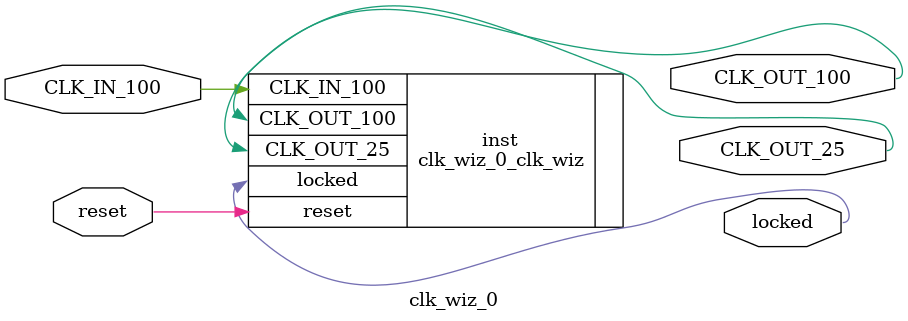
<source format=v>


`timescale 1ps/1ps

(* CORE_GENERATION_INFO = "clk_wiz_0,clk_wiz_v6_0_1_0_0,{component_name=clk_wiz_0,use_phase_alignment=true,use_min_o_jitter=false,use_max_i_jitter=false,use_dyn_phase_shift=false,use_inclk_switchover=false,use_dyn_reconfig=false,enable_axi=0,feedback_source=FDBK_AUTO,PRIMITIVE=MMCM,num_out_clk=2,clkin1_period=10.000,clkin2_period=10.000,use_power_down=false,use_reset=true,use_locked=true,use_inclk_stopped=false,feedback_type=SINGLE,CLOCK_MGR_TYPE=NA,manual_override=false}" *)

module clk_wiz_0 
 (
  // Clock out ports
  output        CLK_OUT_25,
  output        CLK_OUT_100,
  // Status and control signals
  input         reset,
  output        locked,
 // Clock in ports
  input         CLK_IN_100
 );

  clk_wiz_0_clk_wiz inst
  (
  // Clock out ports  
  .CLK_OUT_25(CLK_OUT_25),
  .CLK_OUT_100(CLK_OUT_100),
  // Status and control signals               
  .reset(reset), 
  .locked(locked),
 // Clock in ports
  .CLK_IN_100(CLK_IN_100)
  );

endmodule

</source>
